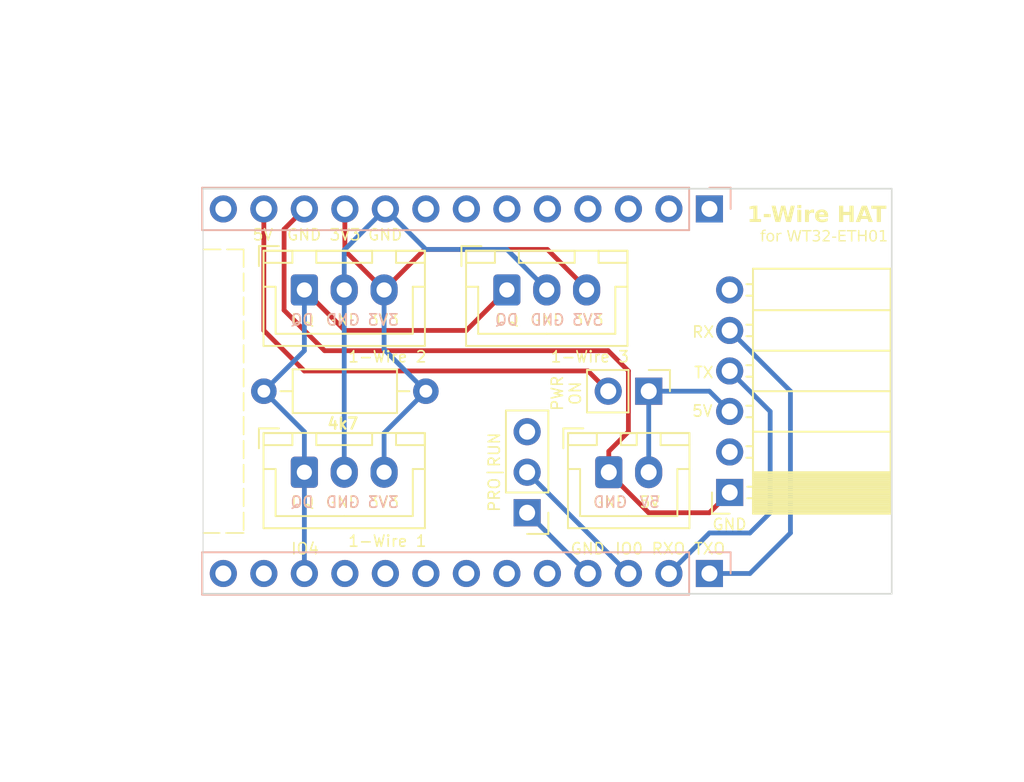
<source format=kicad_pcb>
(kicad_pcb (version 20241229) (generator "pcbnew") (generator_version "9.0")
  (layers (0 "F.Cu" signal) (2 "B.Cu" signal) (13 "F.Paste" user) (15 "B.Paste" user) (5 "F.SilkS" user "F.Silkscreen") (7 "B.SilkS" user "B.Silkscreen") (1 "F.Mask" user) (3 "B.Mask" user) (25 "Edge.Cuts" user))
  (net 0 "")
  (footprint "Resistor_THT:R_Axial_DIN0207_L6.3mm_D2.5mm_P10.16mm_Horizontal" (layer "F.Cu") (at 103.91 112.7)
    (property "Reference" "4k7" (at 4.953 2.032 0) (layer "F.SilkS") (effects (font (size 0.7 0.7))))
    (property "Value" "R_Axial_DIN0207_L6.3mm_D2.5mm_P10.16mm_Horizontal")
    (fp_line (start 1.04 0) (end 1.81 0) (stroke (width 0.12)) (layer "F.SilkS"))
    (fp_line (start 1.81 -1.37) (end 1.81 1.37) (stroke (width 0.12)) (layer "F.SilkS"))
    (fp_line (start 1.81 1.37) (end 8.35 1.37) (stroke (width 0.12)) (layer "F.SilkS"))
    (fp_line (start 8.35 -1.37) (end 1.81 -1.37) (stroke (width 0.12)) (layer "F.SilkS"))
    (fp_line (start 8.35 1.37) (end 8.35 -1.37) (stroke (width 0.12)) (layer "F.SilkS"))
    (fp_line (start 9.12 0) (end 8.35 0) (stroke (width 0.12)) (layer "F.SilkS"))
    (pad "1" thru_hole circle (at 0 0) (size 1.6 1.6) (drill 0.8) (layers "*.Cu" "*.Mask"))
    (pad "2" thru_hole oval (at 10.16 0) (size 1.6 1.6) (drill 0.8) (layers "*.Cu" "*.Mask"))
  )
  (footprint "Connector_JST:JST_XH_B2B-XH-A_1x02_P2.50mm_Vertical" (layer "F.Cu") (at 125.54 117.78)
    (property "Reference" "REF**" (hide yes))
    (property "Value" "JST_XH_B2B-XH-A_1x02_P2.50mm_Vertical")
    (fp_line (start -2.85 -2.75) (end -2.85 -1.5) (stroke (width 0.12)) (layer "F.SilkS"))
    (fp_line (start -2.56 -2.46) (end -2.56 3.51) (stroke (width 0.12)) (layer "F.SilkS"))
    (fp_line (start -2.56 3.51) (end 5.06 3.51) (stroke (width 0.12)) (layer "F.SilkS"))
    (fp_line (start -2.55 -2.45) (end -2.55 -1.7) (stroke (width 0.12)) (layer "F.SilkS"))
    (fp_line (start -2.55 -1.7) (end -0.75 -1.7) (stroke (width 0.12)) (layer "F.SilkS"))
    (fp_line (start -2.55 -0.2) (end -1.8 -0.2) (stroke (width 0.12)) (layer "F.SilkS"))
    (fp_line (start -1.8 -0.2) (end -1.8 2.75) (stroke (width 0.12)) (layer "F.SilkS"))
    (fp_line (start -1.8 2.75) (end 1.25 2.75) (stroke (width 0.12)) (layer "F.SilkS"))
    (fp_line (start -1.6 -2.75) (end -2.85 -2.75) (stroke (width 0.12)) (layer "F.SilkS"))
    (fp_line (start -0.75 -2.45) (end -2.55 -2.45) (stroke (width 0.12)) (layer "F.SilkS"))
    (fp_line (start -0.75 -1.7) (end -0.75 -2.45) (stroke (width 0.12)) (layer "F.SilkS"))
    (fp_line (start 0.75 -2.45) (end 0.75 -1.7) (stroke (width 0.12)) (layer "F.SilkS"))
    (fp_line (start 0.75 -1.7) (end 1.75 -1.7) (stroke (width 0.12)) (layer "F.SilkS"))
    (fp_line (start 1.75 -2.45) (end 0.75 -2.45) (stroke (width 0.12)) (layer "F.SilkS"))
    (fp_line (start 1.75 -1.7) (end 1.75 -2.45) (stroke (width 0.12)) (layer "F.SilkS"))
    (fp_line (start 3.25 -2.45) (end 3.25 -1.7) (stroke (width 0.12)) (layer "F.SilkS"))
    (fp_line (start 3.25 -1.7) (end 5.05 -1.7) (stroke (width 0.12)) (layer "F.SilkS"))
    (fp_line (start 4.3 -0.2) (end 4.3 2.75) (stroke (width 0.12)) (layer "F.SilkS"))
    (fp_line (start 4.3 2.75) (end 1.25 2.75) (stroke (width 0.12)) (layer "F.SilkS"))
    (fp_line (start 5.05 -2.45) (end 3.25 -2.45) (stroke (width 0.12)) (layer "F.SilkS"))
    (fp_line (start 5.05 -1.7) (end 5.05 -2.45) (stroke (width 0.12)) (layer "F.SilkS"))
    (fp_line (start 5.05 -0.2) (end 4.3 -0.2) (stroke (width 0.12)) (layer "F.SilkS"))
    (fp_line (start 5.06 -2.46) (end -2.56 -2.46) (stroke (width 0.12)) (layer "F.SilkS"))
    (fp_line (start 5.06 3.51) (end 5.06 -2.46) (stroke (width 0.12)) (layer "F.SilkS"))
    (pad "1" thru_hole roundrect (at 0 0) (size 1.7 2) (drill 1) (layers "*.Cu" "*.Mask") (roundrect_rratio 0.147059))
    (pad "2" thru_hole oval (at 2.5 0) (size 1.7 2) (drill 1) (layers "*.Cu" "*.Mask"))
  )
  (footprint "Connector_JST:JST_XH_B3B-XH-A_1x03_P2.50mm_Vertical" (layer "F.Cu") (at 119.15 106.35)
    (property "Reference" "REF**" (hide yes))
    (property "Value" "JST_XH_B3B-XH-A_1x03_P2.50mm_Vertical")
    (fp_line (start -2.85 -2.75) (end -2.85 -1.5) (stroke (width 0.12)) (layer "F.SilkS"))
    (fp_line (start -2.56 -2.46) (end -2.56 3.51) (stroke (width 0.12)) (layer "F.SilkS"))
    (fp_line (start -2.56 3.51) (end 7.56 3.51) (stroke (width 0.12)) (layer "F.SilkS"))
    (fp_line (start -2.55 -2.45) (end -2.55 -1.7) (stroke (width 0.12)) (layer "F.SilkS"))
    (fp_line (start -2.55 -1.7) (end -0.75 -1.7) (stroke (width 0.12)) (layer "F.SilkS"))
    (fp_line (start -2.55 -0.2) (end -1.8 -0.2) (stroke (width 0.12)) (layer "F.SilkS"))
    (fp_line (start -1.8 -0.2) (end -1.8 2.75) (stroke (width 0.12)) (layer "F.SilkS"))
    (fp_line (start -1.8 2.75) (end 2.5 2.75) (stroke (width 0.12)) (layer "F.SilkS"))
    (fp_line (start -1.6 -2.75) (end -2.85 -2.75) (stroke (width 0.12)) (layer "F.SilkS"))
    (fp_line (start -0.75 -2.45) (end -2.55 -2.45) (stroke (width 0.12)) (layer "F.SilkS"))
    (fp_line (start -0.75 -1.7) (end -0.75 -2.45) (stroke (width 0.12)) (layer "F.SilkS"))
    (fp_line (start 0.75 -2.45) (end 0.75 -1.7) (stroke (width 0.12)) (layer "F.SilkS"))
    (fp_line (start 0.75 -1.7) (end 4.25 -1.7) (stroke (width 0.12)) (layer "F.SilkS"))
    (fp_line (start 4.25 -2.45) (end 0.75 -2.45) (stroke (width 0.12)) (layer "F.SilkS"))
    (fp_line (start 4.25 -1.7) (end 4.25 -2.45) (stroke (width 0.12)) (layer "F.SilkS"))
    (fp_line (start 5.75 -2.45) (end 5.75 -1.7) (stroke (width 0.12)) (layer "F.SilkS"))
    (fp_line (start 5.75 -1.7) (end 7.55 -1.7) (stroke (width 0.12)) (layer "F.SilkS"))
    (fp_line (start 6.8 -0.2) (end 6.8 2.75) (stroke (width 0.12)) (layer "F.SilkS"))
    (fp_line (start 6.8 2.75) (end 2.5 2.75) (stroke (width 0.12)) (layer "F.SilkS"))
    (fp_line (start 7.55 -2.45) (end 5.75 -2.45) (stroke (width 0.12)) (layer "F.SilkS"))
    (fp_line (start 7.55 -1.7) (end 7.55 -2.45) (stroke (width 0.12)) (layer "F.SilkS"))
    (fp_line (start 7.55 -0.2) (end 6.8 -0.2) (stroke (width 0.12)) (layer "F.SilkS"))
    (fp_line (start 7.56 -2.46) (end -2.56 -2.46) (stroke (width 0.12)) (layer "F.SilkS"))
    (fp_line (start 7.56 3.51) (end 7.56 -2.46) (stroke (width 0.12)) (layer "F.SilkS"))
    (pad "1" thru_hole roundrect (at 0 0) (size 1.7 1.95) (drill 0.95) (layers "*.Cu" "*.Mask") (roundrect_rratio 0.147059))
    (pad "2" thru_hole oval (at 2.5 0) (size 1.7 1.95) (drill 0.95) (layers "*.Cu" "*.Mask"))
    (pad "3" thru_hole oval (at 5 0) (size 1.7 1.95) (drill 0.95) (layers "*.Cu" "*.Mask"))
  )
  (footprint "Connector_JST:JST_XH_B3B-XH-A_1x03_P2.50mm_Vertical" (layer "F.Cu") (at 106.45 106.35)
    (property "Reference" "REF**" (hide yes))
    (property "Value" "JST_XH_B3B-XH-A_1x03_P2.50mm_Vertical")
    (fp_line (start -2.85 -2.75) (end -2.85 -1.5) (stroke (width 0.12)) (layer "F.SilkS"))
    (fp_line (start -2.56 -2.46) (end -2.56 3.51) (stroke (width 0.12)) (layer "F.SilkS"))
    (fp_line (start -2.56 3.51) (end 7.56 3.51) (stroke (width 0.12)) (layer "F.SilkS"))
    (fp_line (start -2.55 -2.45) (end -2.55 -1.7) (stroke (width 0.12)) (layer "F.SilkS"))
    (fp_line (start -2.55 -1.7) (end -0.75 -1.7) (stroke (width 0.12)) (layer "F.SilkS"))
    (fp_line (start -2.55 -0.2) (end -1.8 -0.2) (stroke (width 0.12)) (layer "F.SilkS"))
    (fp_line (start -1.8 -0.2) (end -1.8 2.75) (stroke (width 0.12)) (layer "F.SilkS"))
    (fp_line (start -1.8 2.75) (end 2.5 2.75) (stroke (width 0.12)) (layer "F.SilkS"))
    (fp_line (start -1.6 -2.75) (end -2.85 -2.75) (stroke (width 0.12)) (layer "F.SilkS"))
    (fp_line (start -0.75 -2.45) (end -2.55 -2.45) (stroke (width 0.12)) (layer "F.SilkS"))
    (fp_line (start -0.75 -1.7) (end -0.75 -2.45) (stroke (width 0.12)) (layer "F.SilkS"))
    (fp_line (start 0.75 -2.45) (end 0.75 -1.7) (stroke (width 0.12)) (layer "F.SilkS"))
    (fp_line (start 0.75 -1.7) (end 4.25 -1.7) (stroke (width 0.12)) (layer "F.SilkS"))
    (fp_line (start 4.25 -2.45) (end 0.75 -2.45) (stroke (width 0.12)) (layer "F.SilkS"))
    (fp_line (start 4.25 -1.7) (end 4.25 -2.45) (stroke (width 0.12)) (layer "F.SilkS"))
    (fp_line (start 5.75 -2.45) (end 5.75 -1.7) (stroke (width 0.12)) (layer "F.SilkS"))
    (fp_line (start 5.75 -1.7) (end 7.55 -1.7) (stroke (width 0.12)) (layer "F.SilkS"))
    (fp_line (start 6.8 -0.2) (end 6.8 2.75) (stroke (width 0.12)) (layer "F.SilkS"))
    (fp_line (start 6.8 2.75) (end 2.5 2.75) (stroke (width 0.12)) (layer "F.SilkS"))
    (fp_line (start 7.55 -2.45) (end 5.75 -2.45) (stroke (width 0.12)) (layer "F.SilkS"))
    (fp_line (start 7.55 -1.7) (end 7.55 -2.45) (stroke (width 0.12)) (layer "F.SilkS"))
    (fp_line (start 7.55 -0.2) (end 6.8 -0.2) (stroke (width 0.12)) (layer "F.SilkS"))
    (fp_line (start 7.56 -2.46) (end -2.56 -2.46) (stroke (width 0.12)) (layer "F.SilkS"))
    (fp_line (start 7.56 3.51) (end 7.56 -2.46) (stroke (width 0.12)) (layer "F.SilkS"))
    (pad "1" thru_hole roundrect (at 0 0) (size 1.7 1.95) (drill 0.95) (layers "*.Cu" "*.Mask") (roundrect_rratio 0.147059))
    (pad "2" thru_hole oval (at 2.5 0) (size 1.7 1.95) (drill 0.95) (layers "*.Cu" "*.Mask"))
    (pad "3" thru_hole oval (at 5 0) (size 1.7 1.95) (drill 0.95) (layers "*.Cu" "*.Mask"))
  )
  (footprint "Connector_PinSocket_2.54mm:PinSocket_1x06_P2.54mm_Horizontal" (layer "F.Cu") (at 133.12 119.05 180)
    (property "Reference" "REF**" (hide yes))
    (property "Value" "PinSocket_1x06_P2.54mm_Horizontal")
    (fp_line (start 1.11 -1.33) (end 1.11 0) (stroke (width 0.12)) (layer "F.SilkS"))
    (fp_line (start 0 -1.33) (end 1.11 -1.33) (stroke (width 0.12)) (layer "F.SilkS"))
    (fp_line (start -1.46 13.06) (end -1.05 13.06) (stroke (width 0.12)) (layer "F.SilkS"))
    (fp_line (start -1.46 12.34) (end -1.05 12.34) (stroke (width 0.12)) (layer "F.SilkS"))
    (fp_line (start -1.46 10.52) (end -1.05 10.52) (stroke (width 0.12)) (layer "F.SilkS"))
    (fp_line (start -1.46 9.8) (end -1.05 9.8) (stroke (width 0.12)) (layer "F.SilkS"))
    (fp_line (start -1.46 7.98) (end -1.05 7.98) (stroke (width 0.12)) (layer "F.SilkS"))
    (fp_line (start -1.46 7.26) (end -1.05 7.26) (stroke (width 0.12)) (layer "F.SilkS"))
    (fp_line (start -1.46 5.44) (end -1.05 5.44) (stroke (width 0.12)) (layer "F.SilkS"))
    (fp_line (start -1.46 4.72) (end -1.05 4.72) (stroke (width 0.12)) (layer "F.SilkS"))
    (fp_line (start -1.46 2.9) (end -1.05 2.9) (stroke (width 0.12)) (layer "F.SilkS"))
    (fp_line (start -1.46 2.18) (end -1.05 2.18) (stroke (width 0.12)) (layer "F.SilkS"))
    (fp_line (start -1.46 0.36) (end -1.11 0.36) (stroke (width 0.12)) (layer "F.SilkS"))
    (fp_line (start -1.46 -0.36) (end -1.11 -0.36) (stroke (width 0.12)) (layer "F.SilkS"))
    (fp_line (start -1.46 -1.33) (end -1.46 14.03) (stroke (width 0.12)) (layer "F.SilkS"))
    (fp_line (start -10.09 14.03) (end -1.46 14.03) (stroke (width 0.12)) (layer "F.SilkS"))
    (fp_line (start -10.09 11.43) (end -1.46 11.43) (stroke (width 0.12)) (layer "F.SilkS"))
    (fp_line (start -10.09 8.89) (end -1.46 8.89) (stroke (width 0.12)) (layer "F.SilkS"))
    (fp_line (start -10.09 6.35) (end -1.46 6.35) (stroke (width 0.12)) (layer "F.SilkS"))
    (fp_line (start -10.09 3.81) (end -1.46 3.81) (stroke (width 0.12)) (layer "F.SilkS"))
    (fp_line (start -10.09 1.27) (end -1.46 1.27) (stroke (width 0.12)) (layer "F.SilkS"))
    (fp_line (start -10.09 1.1519) (end -1.46 1.1519) (stroke (width 0.12)) (layer "F.SilkS"))
    (fp_line (start -10.09 1.033805) (end -1.46 1.033805) (stroke (width 0.12)) (layer "F.SilkS"))
    (fp_line (start -10.09 0.91571) (end -1.46 0.91571) (stroke (width 0.12)) (layer "F.SilkS"))
    (fp_line (start -10.09 0.797615) (end -1.46 0.797615) (stroke (width 0.12)) (layer "F.SilkS"))
    (fp_line (start -10.09 0.67952) (end -1.46 0.67952) (stroke (width 0.12)) (layer "F.SilkS"))
    (fp_line (start -10.09 0.561425) (end -1.46 0.561425) (stroke (width 0.12)) (layer "F.SilkS"))
    (fp_line (start -10.09 0.44333) (end -1.46 0.44333) (stroke (width 0.12)) (layer "F.SilkS"))
    (fp_line (start -10.09 0.325235) (end -1.46 0.325235) (stroke (width 0.12)) (layer "F.SilkS"))
    (fp_line (start -10.09 0.20714) (end -1.46 0.20714) (stroke (width 0.12)) (layer "F.SilkS"))
    (fp_line (start -10.09 0.089045) (end -1.46 0.089045) (stroke (width 0.12)) (layer "F.SilkS"))
    (fp_line (start -10.09 -0.02905) (end -1.46 -0.02905) (stroke (width 0.12)) (layer "F.SilkS"))
    (fp_line (start -10.09 -0.147145) (end -1.46 -0.147145) (stroke (width 0.12)) (layer "F.SilkS"))
    (fp_line (start -10.09 -0.26524) (end -1.46 -0.26524) (stroke (width 0.12)) (layer "F.SilkS"))
    (fp_line (start -10.09 -0.383335) (end -1.46 -0.383335) (stroke (width 0.12)) (layer "F.SilkS"))
    (fp_line (start -10.09 -0.50143) (end -1.46 -0.50143) (stroke (width 0.12)) (layer "F.SilkS"))
    (fp_line (start -10.09 -0.619525) (end -1.46 -0.619525) (stroke (width 0.12)) (layer "F.SilkS"))
    (fp_line (start -10.09 -0.73762) (end -1.46 -0.73762) (stroke (width 0.12)) (layer "F.SilkS"))
    (fp_line (start -10.09 -0.855715) (end -1.46 -0.855715) (stroke (width 0.12)) (layer "F.SilkS"))
    (fp_line (start -10.09 -0.97381) (end -1.46 -0.97381) (stroke (width 0.12)) (layer "F.SilkS"))
    (fp_line (start -10.09 -1.091905) (end -1.46 -1.091905) (stroke (width 0.12)) (layer "F.SilkS"))
    (fp_line (start -10.09 -1.21) (end -1.46 -1.21) (stroke (width 0.12)) (layer "F.SilkS"))
    (fp_line (start -10.09 -1.33) (end -1.46 -1.33) (stroke (width 0.12)) (layer "F.SilkS"))
    (fp_line (start -10.09 -1.33) (end -10.09 14.03) (stroke (width 0.12)) (layer "F.SilkS"))
    (pad "1" thru_hole rect (at 0 0 180) (size 1.7 1.7) (drill 1) (layers "*.Cu" "*.Mask"))
    (pad "2" thru_hole oval (at 0 2.54 180) (size 1.7 1.7) (drill 1) (layers "*.Cu" "*.Mask"))
    (pad "3" thru_hole oval (at 0 5.08 180) (size 1.7 1.7) (drill 1) (layers "*.Cu" "*.Mask"))
    (pad "4" thru_hole oval (at 0 7.62 180) (size 1.7 1.7) (drill 1) (layers "*.Cu" "*.Mask"))
    (pad "5" thru_hole oval (at 0 10.16 180) (size 1.7 1.7) (drill 1) (layers "*.Cu" "*.Mask"))
    (pad "6" thru_hole oval (at 0 12.7 180) (size 1.7 1.7) (drill 1) (layers "*.Cu" "*.Mask"))
  )
  (footprint "Connector_JST:JST_XH_B3B-XH-A_1x03_P2.50mm_Vertical" (layer "F.Cu") (at 106.45 117.78)
    (property "Reference" "REF**" (hide yes))
    (property "Value" "JST_XH_B3B-XH-A_1x03_P2.50mm_Vertical")
    (fp_line (start -2.85 -2.75) (end -2.85 -1.5) (stroke (width 0.12)) (layer "F.SilkS"))
    (fp_line (start -2.56 -2.46) (end -2.56 3.51) (stroke (width 0.12)) (layer "F.SilkS"))
    (fp_line (start -2.56 3.51) (end 7.56 3.51) (stroke (width 0.12)) (layer "F.SilkS"))
    (fp_line (start -2.55 -2.45) (end -2.55 -1.7) (stroke (width 0.12)) (layer "F.SilkS"))
    (fp_line (start -2.55 -1.7) (end -0.75 -1.7) (stroke (width 0.12)) (layer "F.SilkS"))
    (fp_line (start -2.55 -0.2) (end -1.8 -0.2) (stroke (width 0.12)) (layer "F.SilkS"))
    (fp_line (start -1.8 -0.2) (end -1.8 2.75) (stroke (width 0.12)) (layer "F.SilkS"))
    (fp_line (start -1.8 2.75) (end 2.5 2.75) (stroke (width 0.12)) (layer "F.SilkS"))
    (fp_line (start -1.6 -2.75) (end -2.85 -2.75) (stroke (width 0.12)) (layer "F.SilkS"))
    (fp_line (start -0.75 -2.45) (end -2.55 -2.45) (stroke (width 0.12)) (layer "F.SilkS"))
    (fp_line (start -0.75 -1.7) (end -0.75 -2.45) (stroke (width 0.12)) (layer "F.SilkS"))
    (fp_line (start 0.75 -2.45) (end 0.75 -1.7) (stroke (width 0.12)) (layer "F.SilkS"))
    (fp_line (start 0.75 -1.7) (end 4.25 -1.7) (stroke (width 0.12)) (layer "F.SilkS"))
    (fp_line (start 4.25 -2.45) (end 0.75 -2.45) (stroke (width 0.12)) (layer "F.SilkS"))
    (fp_line (start 4.25 -1.7) (end 4.25 -2.45) (stroke (width 0.12)) (layer "F.SilkS"))
    (fp_line (start 5.75 -2.45) (end 5.75 -1.7) (stroke (width 0.12)) (layer "F.SilkS"))
    (fp_line (start 5.75 -1.7) (end 7.55 -1.7) (stroke (width 0.12)) (layer "F.SilkS"))
    (fp_line (start 6.8 -0.2) (end 6.8 2.75) (stroke (width 0.12)) (layer "F.SilkS"))
    (fp_line (start 6.8 2.75) (end 2.5 2.75) (stroke (width 0.12)) (layer "F.SilkS"))
    (fp_line (start 7.55 -2.45) (end 5.75 -2.45) (stroke (width 0.12)) (layer "F.SilkS"))
    (fp_line (start 7.55 -1.7) (end 7.55 -2.45) (stroke (width 0.12)) (layer "F.SilkS"))
    (fp_line (start 7.55 -0.2) (end 6.8 -0.2) (stroke (width 0.12)) (layer "F.SilkS"))
    (fp_line (start 7.56 -2.46) (end -2.56 -2.46) (stroke (width 0.12)) (layer "F.SilkS"))
    (fp_line (start 7.56 3.51) (end 7.56 -2.46) (stroke (width 0.12)) (layer "F.SilkS"))
    (pad "1" thru_hole roundrect (at 0 0) (size 1.7 1.95) (drill 0.95) (layers "*.Cu" "*.Mask") (roundrect_rratio 0.147059))
    (pad "2" thru_hole oval (at 2.5 0) (size 1.7 1.95) (drill 0.95) (layers "*.Cu" "*.Mask"))
    (pad "3" thru_hole oval (at 5 0) (size 1.7 1.95) (drill 0.95) (layers "*.Cu" "*.Mask"))
  )
  (footprint "Connector_PinHeader_2.54mm:PinHeader_1x02_P2.54mm_Vertical" (layer "F.Cu") (at 128.045 112.7 -90)
    (property "Reference" "REF**" (hide yes))
    (property "Value" "PinHeader_1x02_P2.54mm_Vertical")
    (fp_line (start -1.33 3.87) (end 1.33 3.87) (stroke (width 0.12)) (layer "F.SilkS"))
    (fp_line (start -1.33 1.27) (end -1.33 3.87) (stroke (width 0.12)) (layer "F.SilkS"))
    (fp_line (start -1.33 1.27) (end 1.33 1.27) (stroke (width 0.12)) (layer "F.SilkS"))
    (fp_line (start 1.33 1.27) (end 1.33 3.87) (stroke (width 0.12)) (layer "F.SilkS"))
    (fp_line (start -1.33 0) (end -1.33 -1.33) (stroke (width 0.12)) (layer "F.SilkS"))
    (fp_line (start -1.33 -1.33) (end 0 -1.33) (stroke (width 0.12)) (layer "F.SilkS"))
    (pad "1" thru_hole rect (at 0 0 270) (size 1.7 1.7) (drill 1) (layers "*.Cu" "*.Mask"))
    (pad "2" thru_hole oval (at 0 2.54 270) (size 1.7 1.7) (drill 1) (layers "*.Cu" "*.Mask"))
  )
  (footprint "Connector_PinHeader_2.54mm:PinHeader_1x03_P2.54mm_Vertical" (layer "F.Cu") (at 120.42 120.32 180)
    (property "Reference" "REF**" (hide yes))
    (property "Value" "PinHeader_1x03_P2.54mm_Vertical")
    (fp_line (start 1.33 1.27) (end 1.33 6.41) (stroke (width 0.12)) (layer "F.SilkS"))
    (fp_line (start -1.33 6.41) (end 1.33 6.41) (stroke (width 0.12)) (layer "F.SilkS"))
    (fp_line (start -1.33 1.27) (end 1.33 1.27) (stroke (width 0.12)) (layer "F.SilkS"))
    (fp_line (start -1.33 1.27) (end -1.33 6.41) (stroke (width 0.12)) (layer "F.SilkS"))
    (fp_line (start -1.33 0) (end -1.33 -1.33) (stroke (width 0.12)) (layer "F.SilkS"))
    (fp_line (start -1.33 -1.33) (end 0 -1.33) (stroke (width 0.12)) (layer "F.SilkS"))
    (pad "1" thru_hole rect (at 0 0 180) (size 1.7 1.7) (drill 1) (layers "*.Cu" "*.Mask"))
    (pad "2" thru_hole oval (at 0 2.54 180) (size 1.7 1.7) (drill 1) (layers "*.Cu" "*.Mask"))
    (pad "3" thru_hole oval (at 0 5.08 180) (size 1.7 1.7) (drill 1) (layers "*.Cu" "*.Mask"))
  )
  (footprint "Connector_PinSocket_2.54mm:PinSocket_1x13_P2.54mm_Vertical" (layer "B.Cu") (at 131.85 124.13 90)
    (property "Reference" "REF**" (hide yes))
    (property "Value" "PinSocket_1x13_P2.54mm_Vertical")
    (fp_line (start -1.33 -31.81) (end 1.33 -31.81) (stroke (width 0.12)) (layer "B.SilkS"))
    (fp_line (start 1.33 -1.27) (end 1.33 -31.81) (stroke (width 0.12)) (layer "B.SilkS"))
    (fp_line (start -1.33 -1.27) (end -1.33 -31.81) (stroke (width 0.12)) (layer "B.SilkS"))
    (fp_line (start -1.33 -1.27) (end 1.33 -1.27) (stroke (width 0.12)) (layer "B.SilkS"))
    (fp_line (start 1.33 1.33) (end 1.33 0) (stroke (width 0.12)) (layer "B.SilkS"))
    (fp_line (start 0 1.33) (end 1.33 1.33) (stroke (width 0.12)) (layer "B.SilkS"))
    (pad "1" thru_hole rect (at 0 0 90) (size 1.7 1.7) (drill 1) (layers "*.Cu" "*.Mask"))
    (pad "2" thru_hole oval (at 0 -2.54 90) (size 1.7 1.7) (drill 1) (layers "*.Cu" "*.Mask"))
    (pad "3" thru_hole oval (at 0 -5.08 90) (size 1.7 1.7) (drill 1) (layers "*.Cu" "*.Mask"))
    (pad "4" thru_hole oval (at 0 -7.62 90) (size 1.7 1.7) (drill 1) (layers "*.Cu" "*.Mask"))
    (pad "5" thru_hole oval (at 0 -10.16 90) (size 1.7 1.7) (drill 1) (layers "*.Cu" "*.Mask"))
    (pad "6" thru_hole oval (at 0 -12.7 90) (size 1.7 1.7) (drill 1) (layers "*.Cu" "*.Mask"))
    (pad "7" thru_hole oval (at 0 -15.24 90) (size 1.7 1.7) (drill 1) (layers "*.Cu" "*.Mask"))
    (pad "8" thru_hole oval (at 0 -17.78 90) (size 1.7 1.7) (drill 1) (layers "*.Cu" "*.Mask"))
    (pad "9" thru_hole oval (at 0 -20.32 90) (size 1.7 1.7) (drill 1) (layers "*.Cu" "*.Mask"))
    (pad "10" thru_hole oval (at 0 -22.86 90) (size 1.7 1.7) (drill 1) (layers "*.Cu" "*.Mask"))
    (pad "11" thru_hole oval (at 0 -25.4 90) (size 1.7 1.7) (drill 1) (layers "*.Cu" "*.Mask"))
    (pad "12" thru_hole oval (at 0 -27.94 90) (size 1.7 1.7) (drill 1) (layers "*.Cu" "*.Mask"))
    (pad "13" thru_hole oval (at 0 -30.48 90) (size 1.7 1.7) (drill 1) (layers "*.Cu" "*.Mask"))
  )
  (footprint "Connector_PinSocket_2.54mm:PinSocket_1x13_P2.54mm_Vertical" (layer "B.Cu") (at 131.85 101.27 90)
    (property "Reference" "REF**" (hide yes))
    (property "Value" "PinSocket_1x13_P2.54mm_Vertical")
    (fp_line (start -1.33 -31.81) (end 1.33 -31.81) (stroke (width 0.12)) (layer "B.SilkS"))
    (fp_line (start 1.33 -1.27) (end 1.33 -31.81) (stroke (width 0.12)) (layer "B.SilkS"))
    (fp_line (start -1.33 -1.27) (end -1.33 -31.81) (stroke (width 0.12)) (layer "B.SilkS"))
    (fp_line (start -1.33 -1.27) (end 1.33 -1.27) (stroke (width 0.12)) (layer "B.SilkS"))
    (fp_line (start 1.33 1.33) (end 1.33 0) (stroke (width 0.12)) (layer "B.SilkS"))
    (fp_line (start 0 1.33) (end 1.33 1.33) (stroke (width 0.12)) (layer "B.SilkS"))
    (pad "1" thru_hole rect (at 0 0 90) (size 1.7 1.7) (drill 1) (layers "*.Cu" "*.Mask"))
    (pad "2" thru_hole oval (at 0 -2.54 90) (size 1.7 1.7) (drill 1) (layers "*.Cu" "*.Mask"))
    (pad "3" thru_hole oval (at 0 -5.08 90) (size 1.7 1.7) (drill 1) (layers "*.Cu" "*.Mask"))
    (pad "4" thru_hole oval (at 0 -7.62 90) (size 1.7 1.7) (drill 1) (layers "*.Cu" "*.Mask"))
    (pad "5" thru_hole oval (at 0 -10.16 90) (size 1.7 1.7) (drill 1) (layers "*.Cu" "*.Mask"))
    (pad "6" thru_hole oval (at 0 -12.7 90) (size 1.7 1.7) (drill 1) (layers "*.Cu" "*.Mask"))
    (pad "7" thru_hole oval (at 0 -15.24 90) (size 1.7 1.7) (drill 1) (layers "*.Cu" "*.Mask"))
    (pad "8" thru_hole oval (at 0 -17.78 90) (size 1.7 1.7) (drill 1) (layers "*.Cu" "*.Mask"))
    (pad "9" thru_hole oval (at 0 -20.32 90) (size 1.7 1.7) (drill 1) (layers "*.Cu" "*.Mask"))
    (pad "10" thru_hole oval (at 0 -22.86 90) (size 1.7 1.7) (drill 1) (layers "*.Cu" "*.Mask"))
    (pad "11" thru_hole oval (at 0 -25.4 90) (size 1.7 1.7) (drill 1) (layers "*.Cu" "*.Mask"))
    (pad "12" thru_hole oval (at 0 -27.94 90) (size 1.7 1.7) (drill 1) (layers "*.Cu" "*.Mask"))
    (pad "13" thru_hole oval (at 0 -30.48 90) (size 1.7 1.7) (drill 1) (layers "*.Cu" "*.Mask"))
  )
  (gr_line (start 102.64 121.59) (end 100.1 121.59) (stroke (width 0.1) (type dash)) (layer "F.SilkS"))
  (gr_line (start 102.64 103.81) (end 102.64 121.59) (stroke (width 0.1) (type dash)) (layer "F.SilkS"))
  (gr_line (start 100.1 103.81) (end 102.64 103.81) (stroke (width 0.1) (type dash)) (layer "F.SilkS"))
  (gr_line (start 143.28 125.4) (end 100.1 125.4) (stroke (width 0.1)) (layer "Edge.Cuts"))
  (gr_line (start 143.28 100) (end 143.28 125.4) (stroke (width 0.1)) (layer "Edge.Cuts"))
  (gr_line (start 100.1 100) (end 143.28 100) (stroke (width 0.1)) (layer "Edge.Cuts"))
  (gr_line (start 100.1 125.4) (end 100.1 100) (stroke (width 0.05)) (layer "Edge.Cuts"))
  (gr_text "DQ" (at 105.561 108.636 0) (layer "F.SilkS") (effects (font (size 0.7 0.7) (thickness 0.1)) (justify left bottom)))
  (gr_text "GND" (at 107.72 108.636 0) (layer "F.SilkS") (effects (font (size 0.7 0.7) (thickness 0.1)) (justify left bottom)))
  (gr_text "GND" (at 123.087 122.987 0) (layer "F.SilkS") (effects (font (size 0.7 0.7) (thickness 0.1)) (justify left bottom)))
  (gr_text "GND" (at 105.307 103.302 0) (layer "F.SilkS") (effects (font (size 0.7 0.7) (thickness 0.1)) (justify left bottom)))
  (gr_text "RX" (at 130.707 109.398 0) (layer "F.SilkS") (effects (font (size 0.7 0.7) (thickness 0.1)) (justify left bottom)))
  (gr_text "1-Wire HAT\n\n" (at 138.581 103.937 0) (layer "F.SilkS") (effects (font (size 1 1) (thickness 0.2) (bold yes)) (justify bottom)))
  (gr_text "3V3" (at 110.387 108.636 0) (layer "F.SilkS") (effects (font (size 0.7 0.7) (thickness 0.1)) (justify left bottom)))
  (gr_text "5V" (at 130.707 114.351 0) (layer "F.SilkS") (effects (font (size 0.7 0.7) (thickness 0.1)) (justify left bottom)))
  (gr_text "3V3" (at 110.387 120.066 0) (layer "F.SilkS") (effects (font (size 0.7 0.7) (thickness 0.1)) (justify left bottom)))
  (gr_text "IO4" (at 105.561 122.987 0) (layer "F.SilkS") (effects (font (size 0.7 0.7) (thickness 0.1)) (justify left bottom)))
  (gr_text "GND" (at 107.72 120.066 0) (layer "F.SilkS") (effects (font (size 0.7 0.7) (thickness 0.1)) (justify left bottom)))
  (gr_text "IO0" (at 125.881 122.987 0) (layer "F.SilkS") (effects (font (size 0.7 0.7) (thickness 0.1)) (justify left bottom)))
  (gr_text "3V3" (at 107.974 103.302 0) (layer "F.SilkS") (effects (font (size 0.7 0.7) (thickness 0.1)) (justify left bottom)))
  (gr_text "GND" (at 124.484 120.066 0) (layer "F.SilkS") (effects (font (size 0.7 0.7) (thickness 0.1)) (justify left bottom)))
  (gr_text "for WT32-ETH01" (at 135.025 103.429 0) (layer "F.SilkS") (effects (font (size 0.7 0.7) (thickness 0.1)) (justify left bottom)))
  (gr_text "TXO" (at 130.834 122.987 0) (layer "F.SilkS") (effects (font (size 0.7 0.7) (thickness 0.1)) (justify left bottom)))
  (gr_text "RXO" (at 128.167 122.987 0) (layer "F.SilkS") (effects (font (size 0.7 0.7) (thickness 0.1)) (justify left bottom)))
  (gr_text "3V3" (at 123.214 108.636 0) (layer "F.SilkS") (effects (font (size 0.7 0.7) (thickness 0.1)) (justify left bottom)))
  (gr_text "GND" (at 110.387 103.302 0) (layer "F.SilkS") (effects (font (size 0.7 0.7) (thickness 0.1)) (justify left bottom)))
  (gr_text "1-Wire 3" (at 124.357 110.541 0) (layer "F.SilkS") (effects (font (size 0.7 0.7) (thickness 0.1))))
  (gr_text "PWR\nON" (at 123.849 112.827 90) (layer "F.SilkS") (effects (font (size 0.7 0.7) (thickness 0.1)) (justify bottom)))
  (gr_text "DQ" (at 105.561 120.066 0) (layer "F.SilkS") (effects (font (size 0.7 0.7) (thickness 0.1)) (justify left bottom)))
  (gr_text "5V" (at 127.405 120.066 0) (layer "F.SilkS") (effects (font (size 0.7 0.7) (thickness 0.1)) (justify left bottom)))
  (gr_text "TX" (at 130.834 111.938 0) (layer "F.SilkS") (effects (font (size 0.7 0.7) (thickness 0.1)) (justify left bottom)))
  (gr_text "5V" (at 103.148 103.302 0) (layer "F.SilkS") (effects (font (size 0.7 0.7) (thickness 0.1)) (justify left bottom)))
  (gr_text "PRO|RUN" (at 118.769 117.78 90) (layer "F.SilkS") (effects (font (size 0.7 0.7) (thickness 0.1)) (justify bottom)))
  (gr_text "GND" (at 131.977 121.463 0) (layer "F.SilkS") (effects (font (size 0.7 0.7) (thickness 0.1)) (justify left bottom)))
  (gr_text "1-Wire 1" (at 111.657 122.098 0) (layer "F.SilkS") (effects (font (size 0.7 0.7) (thickness 0.1))))
  (gr_text "GND" (at 120.547 108.636 0) (layer "F.SilkS") (effects (font (size 0.7 0.7) (thickness 0.1)) (justify left bottom)))
  (gr_text "DQ" (at 118.388 108.636 0) (layer "F.SilkS") (effects (font (size 0.7 0.7) (thickness 0.1)) (justify left bottom)))
  (gr_text "1-Wire 2" (at 111.657 110.541 0) (layer "F.SilkS") (effects (font (size 0.7 0.7) (thickness 0.1))))
  (gr_text "DQ\n" (at 107.085 108.636 0) (layer "B.SilkS") (effects (font (size 0.7 0.7) (thickness 0.1)) (justify left bottom mirror)))
  (gr_text "5V" (at 128.802 120.066 0) (layer "B.SilkS") (effects (font (size 0.7 0.7) (thickness 0.1)) (justify left bottom mirror)))
  (gr_text "GND" (at 110.006 108.636 0) (layer "B.SilkS") (effects (font (size 0.7 0.7) (thickness 0.1)) (justify left bottom mirror)))
  (gr_text "3V3" (at 112.419 108.636 0) (layer "B.SilkS") (effects (font (size 0.7 0.7) (thickness 0.1)) (justify left bottom mirror)))
  (gr_text "GND" (at 122.833 108.636 0) (layer "B.SilkS") (effects (font (size 0.7 0.7) (thickness 0.1)) (justify left bottom mirror)))
  (gr_text "GND" (at 110.006 120.066 0) (layer "B.SilkS") (effects (font (size 0.7 0.7) (thickness 0.1)) (justify left bottom mirror)))
  (gr_text "3V3" (at 125.246 108.636 0) (layer "B.SilkS") (effects (font (size 0.7 0.7) (thickness 0.1)) (justify left bottom mirror)))
  (gr_text "DQ\n" (at 119.912 108.636 0) (layer "B.SilkS") (effects (font (size 0.7 0.7) (thickness 0.1)) (justify left bottom mirror)))
  (gr_text "3V3" (at 112.419 120.066 0) (layer "B.SilkS") (effects (font (size 0.7 0.7) (thickness 0.1)) (justify left bottom mirror)))
  (gr_text "DQ\n" (at 107.085 120.066 0) (layer "B.SilkS") (effects (font (size 0.7 0.7) (thickness 0.1)) (justify left bottom mirror)))
  (gr_text "GND" (at 126.77 120.066 0) (layer "B.SilkS") (effects (font (size 0.7 0.7) (thickness 0.1)) (justify left bottom mirror)))
  (segment (start 124.235 111.43) (end 106.4475 111.43) (width 0.3) (layer "F.Cu") (net 0))
  (segment (start 126.77 111.43) (end 125.5 110.16) (width 0.3) (layer "F.Cu") (net 0))
  (segment (start 113.99 103.81) (end 114.07 103.81) (width 0.2) (layer "F.Cu") (net 0))
  (segment (start 125.505 112.7) (end 124.235 111.43) (width 0.3) (layer "F.Cu") (net 0))
  (segment (start 131.85 120.32) (end 133.12 119.05) (width 0.3) (layer "F.Cu") (net 0))
  (segment (start 126.77 115.24) (end 126.77 111.43) (width 0.3) (layer "F.Cu") (net 0))
  (segment (start 119.15 106.35) (end 116.61 108.89) (width 0.3) (layer "F.Cu") (net 0))
  (segment (start 105.18 102.54) (end 106.45 101.27) (width 0.3) (layer "F.Cu") (net 0))
  (segment (start 105.18 107.62) (end 105.18 102.54) (width 0.3) (layer "F.Cu") (net 0))
  (segment (start 111.45 106.35) (end 113.99 103.81) (width 0.3) (layer "F.Cu") (net 0))
  (segment (start 106.4475 111.43) (end 106.4475 111.4275) (width 0.2) (layer "F.Cu") (net 0))
  (segment (start 105.18 107.62) (end 107.72 110.16) (width 0.3) (layer "F.Cu") (net 0))
  (segment (start 108.99 101.27) (end 108.99 103.89) (width 0.3) (layer "F.Cu") (net 0))
  (segment (start 111.45 106.35) (end 108.99 103.89) (width 0.3) (layer "F.Cu") (net 0))
  (segment (start 106.45 106.35) (end 108.99 108.89) (width 0.3) (layer "F.Cu") (net 0))
  (segment (start 106.4475 111.4275) (end 103.91 108.89) (width 0.3) (layer "F.Cu") (net 0))
  (segment (start 111.53 117.7) (end 111.45 117.78) (width 0.2) (layer "F.Cu") (net 0))
  (segment (start 128.04 120.32) (end 131.85 120.32) (width 0.3) (layer "F.Cu") (net 0))
  (segment (start 103.91 108.89) (end 103.91 101.27) (width 0.3) (layer "F.Cu") (net 0))
  (segment (start 114.07 103.81) (end 121.69 103.81) (width 0.3) (layer "F.Cu") (net 0))
  (segment (start 124.15 106.27) (end 121.69 103.81) (width 0.3) (layer "F.Cu") (net 0))
  (segment (start 108.99 117.74) (end 108.95 117.78) (width 0.2) (layer "F.Cu") (net 0))
  (segment (start 124.15 106.35) (end 124.15 106.27) (width 0.3) (layer "F.Cu") (net 0))
  (segment (start 116.61 108.89) (end 108.99 108.89) (width 0.3) (layer "F.Cu") (net 0))
  (segment (start 125.54 117.82) (end 128.04 120.32) (width 0.3) (layer "F.Cu") (net 0))
  (segment (start 107.72 110.16) (end 125.5 110.16) (width 0.3) (layer "F.Cu") (net 0))
  (segment (start 125.54 117.78) (end 125.54 116.47) (width 0.3) (layer "F.Cu") (net 0))
  (segment (start 125.54 116.47) (end 126.77 115.24) (width 0.3) (layer "F.Cu") (net 0))
  (segment (start 131.85 112.7) (end 128.045 112.7) (width 0.3) (layer "B.Cu") (net 0))
  (segment (start 106.45 110.16) (end 103.91 112.7) (width 0.3) (layer "B.Cu") (net 0))
  (segment (start 114.07 103.81) (end 111.53 101.27) (width 0.3) (layer "B.Cu") (net 0))
  (segment (start 111.45 117.78) (end 111.45 115.32) (width 0.3) (layer "B.Cu") (net 0))
  (segment (start 135.66 113.97) (end 135.66 120.32) (width 0.3) (layer "B.Cu") (net 0))
  (segment (start 108.95 117.78) (end 108.95 106.35) (width 0.3) (layer "B.Cu") (net 0))
  (segment (start 121.65 106.35) (end 121.65 106.31) (width 0.3) (layer "B.Cu") (net 0))
  (segment (start 128.045 117.775) (end 128.04 117.78) (width 0.2) (layer "B.Cu") (net 0))
  (segment (start 106.45 115.24) (end 103.91 112.7) (width 0.3) (layer "B.Cu") (net 0))
  (segment (start 106.45 106.223) (end 106.45 110.16) (width 0.3) (layer "B.Cu") (net 0))
  (segment (start 133.12 113.97) (end 131.85 112.7) (width 0.3) (layer "B.Cu") (net 0))
  (segment (start 121.65 106.31) (end 119.15 103.81) (width 0.3) (layer "B.Cu") (net 0))
  (segment (start 120.42 120.32) (end 124.23 124.13) (width 0.3) (layer "B.Cu") (net 0))
  (segment (start 120.42 117.78) (end 126.77 124.13) (width 0.3) (layer "B.Cu") (net 0))
  (segment (start 128.045 112.7) (end 128.045 117.775) (width 0.3) (layer "B.Cu") (net 0))
  (segment (start 135.66 120.32) (end 134.39 121.59) (width 0.3) (layer "B.Cu") (net 0))
  (segment (start 133.12 108.89) (end 136.93 112.7) (width 0.3) (layer "B.Cu") (net 0))
  (segment (start 125.54 117.78) (end 125.54 117.82) (width 0.3) (layer "B.Cu") (net 0))
  (segment (start 133.12 111.43) (end 135.66 113.97) (width 0.3) (layer "B.Cu") (net 0))
  (segment (start 119.15 103.81) (end 114.07 103.81) (width 0.3) (layer "B.Cu") (net 0))
  (segment (start 129.31 124.13) (end 131.85 121.59) (width 0.3) (layer "B.Cu") (net 0))
  (segment (start 134.39 124.13) (end 136.93 121.59) (width 0.3) (layer "B.Cu") (net 0))
  (segment (start 134.39 121.59) (end 131.85 121.59) (width 0.3) (layer "B.Cu") (net 0))
  (segment (start 136.93 112.7) (end 136.93 121.59) (width 0.3) (layer "B.Cu") (net 0))
  (segment (start 131.85 124.13) (end 134.39 124.13) (width 0.3) (layer "B.Cu") (net 0))
  (segment (start 111.45 115.32) (end 114.07 112.7) (width 0.3) (layer "B.Cu") (net 0))
  (segment (start 108.95 103.85) (end 111.53 101.27) (width 0.3) (layer "B.Cu") (net 0))
  (segment (start 106.45 117.78) (end 106.45 115.24) (width 0.3) (layer "B.Cu") (net 0))
  (segment (start 108.95 106.35) (end 108.95 103.85) (width 0.3) (layer "B.Cu") (net 0))
  (segment (start 111.45 110.08) (end 114.07 112.7) (width 0.3) (layer "B.Cu") (net 0))
  (segment (start 106.45 117.78) (end 106.45 124.13) (width 0.3) (layer "B.Cu") (net 0))
  (segment (start 111.45 106.223) (end 111.45 110.08) (width 0.3) (layer "B.Cu") (net 0))
)
</source>
